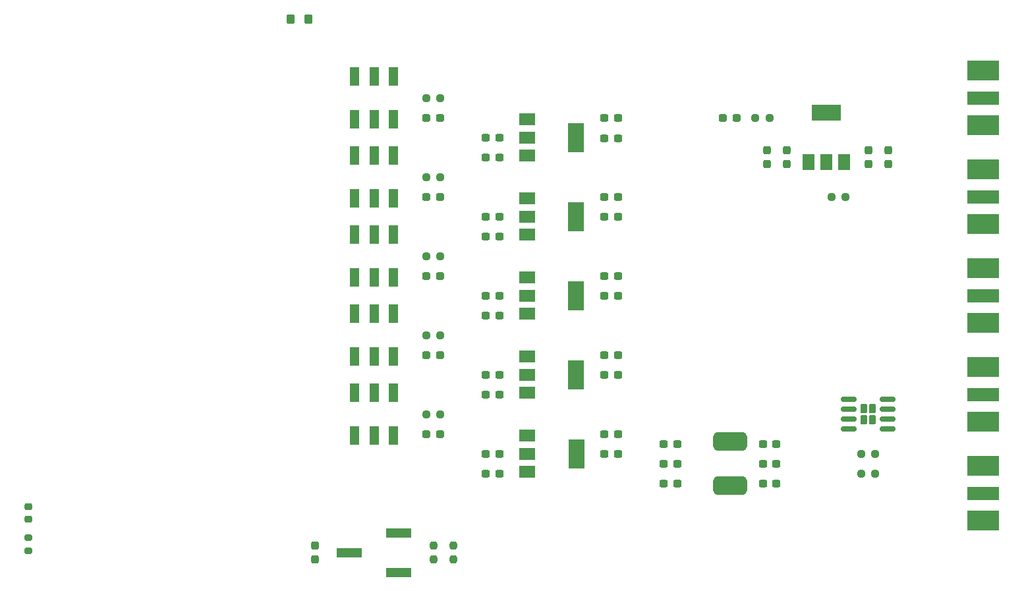
<source format=gbr>
%TF.GenerationSoftware,KiCad,Pcbnew,(6.0.5)*%
%TF.CreationDate,2022-08-06T22:36:06+10:00*%
%TF.ProjectId,glitcher,676c6974-6368-4657-922e-6b696361645f,rev?*%
%TF.SameCoordinates,Original*%
%TF.FileFunction,Paste,Top*%
%TF.FilePolarity,Positive*%
%FSLAX46Y46*%
G04 Gerber Fmt 4.6, Leading zero omitted, Abs format (unit mm)*
G04 Created by KiCad (PCBNEW (6.0.5)) date 2022-08-06 22:36:06*
%MOMM*%
%LPD*%
G01*
G04 APERTURE LIST*
G04 Aperture macros list*
%AMRoundRect*
0 Rectangle with rounded corners*
0 $1 Rounding radius*
0 $2 $3 $4 $5 $6 $7 $8 $9 X,Y pos of 4 corners*
0 Add a 4 corners polygon primitive as box body*
4,1,4,$2,$3,$4,$5,$6,$7,$8,$9,$2,$3,0*
0 Add four circle primitives for the rounded corners*
1,1,$1+$1,$2,$3*
1,1,$1+$1,$4,$5*
1,1,$1+$1,$6,$7*
1,1,$1+$1,$8,$9*
0 Add four rect primitives between the rounded corners*
20,1,$1+$1,$2,$3,$4,$5,0*
20,1,$1+$1,$4,$5,$6,$7,0*
20,1,$1+$1,$6,$7,$8,$9,0*
20,1,$1+$1,$8,$9,$2,$3,0*%
G04 Aperture macros list end*
%ADD10RoundRect,0.600000X-1.590000X-0.600000X1.590000X-0.600000X1.590000X0.600000X-1.590000X0.600000X0*%
%ADD11R,2.000000X1.500000*%
%ADD12R,2.000000X3.800000*%
%ADD13RoundRect,0.237500X-0.300000X-0.237500X0.300000X-0.237500X0.300000X0.237500X-0.300000X0.237500X0*%
%ADD14RoundRect,0.237500X-0.250000X-0.237500X0.250000X-0.237500X0.250000X0.237500X-0.250000X0.237500X0*%
%ADD15RoundRect,0.237500X-0.287500X-0.237500X0.287500X-0.237500X0.287500X0.237500X-0.287500X0.237500X0*%
%ADD16R,1.193800X2.489200*%
%ADD17RoundRect,0.237500X-0.237500X0.300000X-0.237500X-0.300000X0.237500X-0.300000X0.237500X0.300000X0*%
%ADD18RoundRect,0.230000X-0.230000X-0.375000X0.230000X-0.375000X0.230000X0.375000X-0.230000X0.375000X0*%
%ADD19RoundRect,0.150000X-0.825000X-0.150000X0.825000X-0.150000X0.825000X0.150000X-0.825000X0.150000X0*%
%ADD20R,3.300000X1.190000*%
%ADD21RoundRect,0.237500X-0.237500X0.250000X-0.237500X-0.250000X0.237500X-0.250000X0.237500X0.250000X0*%
%ADD22R,4.190000X1.780000*%
%ADD23R,4.190000X2.665000*%
%ADD24RoundRect,0.250000X-0.275000X-0.350000X0.275000X-0.350000X0.275000X0.350000X-0.275000X0.350000X0*%
%ADD25RoundRect,0.237500X0.250000X0.237500X-0.250000X0.237500X-0.250000X-0.237500X0.250000X-0.237500X0*%
%ADD26RoundRect,0.200000X-0.275000X0.200000X-0.275000X-0.200000X0.275000X-0.200000X0.275000X0.200000X0*%
%ADD27RoundRect,0.237500X0.237500X-0.250000X0.237500X0.250000X-0.237500X0.250000X-0.237500X-0.250000X0*%
%ADD28RoundRect,0.237500X0.237500X-0.300000X0.237500X0.300000X-0.237500X0.300000X-0.237500X-0.300000X0*%
%ADD29R,1.500000X2.000000*%
%ADD30R,3.800000X2.000000*%
%ADD31RoundRect,0.218750X0.256250X-0.218750X0.256250X0.218750X-0.256250X0.218750X-0.256250X-0.218750X0*%
G04 APERTURE END LIST*
D10*
%TO.C,L1*%
X192404880Y-127241946D03*
X192404880Y-132941946D03*
%TD*%
D11*
%TO.C,U6_VADJ_OUT1*%
X166394880Y-126521946D03*
X166394880Y-128821946D03*
D12*
X172694880Y-128821946D03*
D11*
X166394880Y-131121946D03*
%TD*%
D13*
%TO.C,C9*%
X161062380Y-88181946D03*
X162787380Y-88181946D03*
%TD*%
D14*
%TO.C,R2*%
X153392380Y-113581946D03*
X155217380Y-113581946D03*
%TD*%
D13*
%TO.C,C12*%
X176302380Y-105961946D03*
X178027380Y-105961946D03*
%TD*%
%TO.C,C18*%
X176302380Y-118661946D03*
X178027380Y-118661946D03*
%TD*%
D15*
%TO.C,D4*%
X153429880Y-85641946D03*
X155179880Y-85641946D03*
%TD*%
D16*
%TO.C,SW3_VADJ_OUT1*%
X144184880Y-126497846D03*
X146684880Y-126497846D03*
X149184880Y-126497846D03*
X149184880Y-120986046D03*
X146684880Y-120986046D03*
X144184880Y-120986046D03*
%TD*%
D17*
%TO.C,C8*%
X139064880Y-140659446D03*
X139064880Y-142384446D03*
%TD*%
D13*
%TO.C,C15*%
X176302380Y-88331946D03*
X178027380Y-88331946D03*
%TD*%
%TO.C,C16*%
X176302380Y-98341946D03*
X178027380Y-98341946D03*
%TD*%
D18*
%TO.C,U4*%
X209614880Y-124491946D03*
X210754880Y-122991946D03*
X210754880Y-124491946D03*
X209614880Y-122991946D03*
D19*
X207709880Y-121836946D03*
X207709880Y-123106946D03*
X207709880Y-124376946D03*
X207709880Y-125646946D03*
X212659880Y-125646946D03*
X212659880Y-124376946D03*
X212659880Y-123106946D03*
X212659880Y-121836946D03*
%TD*%
D20*
%TO.C,RV1*%
X149884880Y-144061946D03*
X143484880Y-141521946D03*
X149884880Y-138981946D03*
%TD*%
D13*
%TO.C,C28*%
X183922380Y-130091946D03*
X185647380Y-130091946D03*
%TD*%
D21*
%TO.C,R7*%
X156844880Y-140609446D03*
X156844880Y-142434446D03*
%TD*%
D11*
%TO.C,U8_2V5_OUT1*%
X166354880Y-96041946D03*
D12*
X172654880Y-98341946D03*
D11*
X166354880Y-98341946D03*
X166354880Y-100641946D03*
%TD*%
D14*
%TO.C,R3*%
X153392380Y-123741946D03*
X155217380Y-123741946D03*
%TD*%
D22*
%TO.C,HS2_OUT1*%
X224969880Y-121201946D03*
D23*
X224969880Y-124694446D03*
X224969880Y-117709446D03*
%TD*%
D14*
%TO.C,R1*%
X153392380Y-103421946D03*
X155217380Y-103421946D03*
%TD*%
D13*
%TO.C,C2*%
X161062380Y-121201946D03*
X162787380Y-121201946D03*
%TD*%
D24*
%TO.C,FB1*%
X135959166Y-72941946D03*
X138259166Y-72941946D03*
%TD*%
D13*
%TO.C,C21*%
X176302380Y-95801946D03*
X178027380Y-95801946D03*
%TD*%
D16*
%TO.C,SW1_1V8_OUT1*%
X144184880Y-106177846D03*
X146684880Y-106177846D03*
X149184880Y-106177846D03*
X149184880Y-100666046D03*
X146684880Y-100666046D03*
X144184880Y-100666046D03*
%TD*%
D22*
%TO.C,SMA_Y1*%
X224969880Y-95801946D03*
D23*
X224969880Y-99294446D03*
X224969880Y-92309446D03*
%TD*%
D11*
%TO.C,U5_1V2_OUT1*%
X166354880Y-116361946D03*
D12*
X172654880Y-118661946D03*
D11*
X166354880Y-118661946D03*
X166354880Y-120961946D03*
%TD*%
D25*
%TO.C,PULLUP_MAX4619_EN1*%
X207287380Y-95801946D03*
X205462380Y-95801946D03*
%TD*%
D16*
%TO.C,SW5_2V5_OUT1*%
X144184880Y-96017846D03*
X146684880Y-96017846D03*
X149184880Y-96017846D03*
X149184880Y-90506046D03*
X146684880Y-90506046D03*
X144184880Y-90506046D03*
%TD*%
D22*
%TO.C,TRIG_IN1*%
X224969880Y-133901946D03*
D23*
X224969880Y-130409446D03*
X224969880Y-137394446D03*
%TD*%
D13*
%TO.C,C13*%
X176302380Y-116121946D03*
X178027380Y-116121946D03*
%TD*%
D25*
%TO.C,R10*%
X211097380Y-128821946D03*
X209272380Y-128821946D03*
%TD*%
D17*
%TO.C,C25*%
X210184880Y-89859446D03*
X210184880Y-91584446D03*
%TD*%
D26*
%TO.C,R11*%
X102234880Y-139626948D03*
X102234880Y-141276948D03*
%TD*%
D13*
%TO.C,C20*%
X176302380Y-85641946D03*
X178027380Y-85641946D03*
%TD*%
%TO.C,C3*%
X161062380Y-128821946D03*
X162787380Y-128821946D03*
%TD*%
D14*
%TO.C,R5*%
X153392380Y-93261946D03*
X155217380Y-93261946D03*
%TD*%
%TO.C,R9*%
X209272380Y-131361946D03*
X211097380Y-131361946D03*
%TD*%
D13*
%TO.C,C26*%
X183922380Y-132631946D03*
X185647380Y-132631946D03*
%TD*%
%TO.C,C14*%
X176302380Y-126281946D03*
X178027380Y-126281946D03*
%TD*%
%TO.C,C31*%
X196647380Y-127551946D03*
X198372380Y-127551946D03*
%TD*%
%TO.C,C11*%
X161062380Y-131361946D03*
X162787380Y-131361946D03*
%TD*%
%TO.C,C30*%
X196647380Y-132631946D03*
X198372380Y-132631946D03*
%TD*%
D11*
%TO.C,U4_1V8_OUT1*%
X166354880Y-106201946D03*
D12*
X172654880Y-108501946D03*
D11*
X166354880Y-108501946D03*
X166354880Y-110801946D03*
%TD*%
D13*
%TO.C,C4*%
X161062380Y-90721946D03*
X162787380Y-90721946D03*
%TD*%
%TO.C,C19*%
X176302380Y-128821946D03*
X178027380Y-128821946D03*
%TD*%
%TO.C,C1*%
X161062380Y-111041946D03*
X162787380Y-111041946D03*
%TD*%
D15*
%TO.C,D3*%
X153429880Y-126281946D03*
X155179880Y-126281946D03*
%TD*%
D13*
%TO.C,C6*%
X161062380Y-108501946D03*
X162787380Y-108501946D03*
%TD*%
D17*
%TO.C,C24*%
X212724880Y-89859446D03*
X212724880Y-91584446D03*
%TD*%
D15*
%TO.C,D2*%
X153429880Y-116121946D03*
X155179880Y-116121946D03*
%TD*%
%TO.C,D1*%
X153429880Y-105961946D03*
X155179880Y-105961946D03*
%TD*%
D13*
%TO.C,C7*%
X161062380Y-118661946D03*
X162787380Y-118661946D03*
%TD*%
%TO.C,C5*%
X161062380Y-100881946D03*
X162787380Y-100881946D03*
%TD*%
D25*
%TO.C,R8*%
X197484880Y-85641946D03*
X195659880Y-85641946D03*
%TD*%
D27*
%TO.C,R6*%
X154304880Y-142434446D03*
X154304880Y-140609446D03*
%TD*%
D28*
%TO.C,C22*%
X197194880Y-91584446D03*
X197194880Y-89859446D03*
%TD*%
D29*
%TO.C,U9_3V3ALWAYS1*%
X202514880Y-91331946D03*
D30*
X204814880Y-85031946D03*
D29*
X204814880Y-91331946D03*
X207114880Y-91331946D03*
%TD*%
D11*
%TO.C,U7_3V3_OUT1*%
X166354880Y-85881946D03*
X166354880Y-88181946D03*
D12*
X172654880Y-88181946D03*
D11*
X166354880Y-90481946D03*
%TD*%
D13*
%TO.C,C29*%
X196647380Y-130091946D03*
X198372380Y-130091946D03*
%TD*%
%TO.C,C10*%
X161062380Y-98341946D03*
X162787380Y-98341946D03*
%TD*%
D16*
%TO.C,SW4_3V3_OUT1*%
X144184880Y-85857846D03*
X146684880Y-85857846D03*
X149184880Y-85857846D03*
X149184880Y-80346046D03*
X146684880Y-80346046D03*
X144184880Y-80346046D03*
%TD*%
D22*
%TO.C,SMA_Z1*%
X224969880Y-108501946D03*
D23*
X224969880Y-105009446D03*
X224969880Y-111994446D03*
%TD*%
D31*
%TO.C,D7*%
X102234880Y-137229448D03*
X102234880Y-135654448D03*
%TD*%
D13*
%TO.C,C17*%
X176302380Y-108501946D03*
X178027380Y-108501946D03*
%TD*%
D15*
%TO.C,D5*%
X153429880Y-95801946D03*
X155179880Y-95801946D03*
%TD*%
D22*
%TO.C,SMA_X1*%
X224969880Y-83101946D03*
D23*
X224969880Y-79609446D03*
X224969880Y-86594446D03*
%TD*%
D15*
%TO.C,D6*%
X191529880Y-85641946D03*
X193279880Y-85641946D03*
%TD*%
D16*
%TO.C,SW2_1V2_OUT1*%
X144184880Y-116337846D03*
X146684880Y-116337846D03*
X149184880Y-116337846D03*
X149184880Y-110826046D03*
X146684880Y-110826046D03*
X144184880Y-110826046D03*
%TD*%
D28*
%TO.C,C23*%
X199734880Y-91584446D03*
X199734880Y-89859446D03*
%TD*%
D14*
%TO.C,R4*%
X153392380Y-83101946D03*
X155217380Y-83101946D03*
%TD*%
D13*
%TO.C,C27*%
X183922380Y-127551946D03*
X185647380Y-127551946D03*
%TD*%
M02*

</source>
